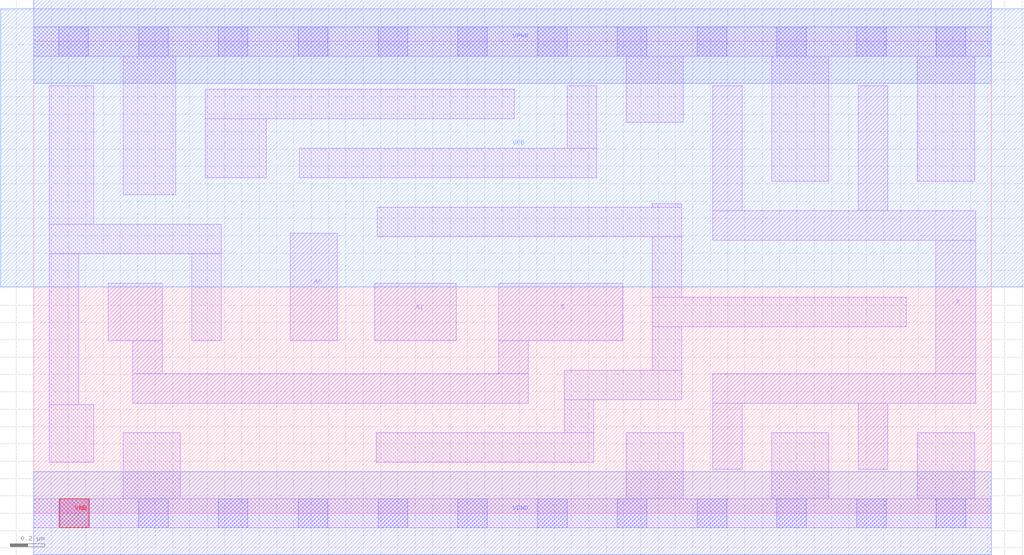
<source format=lef>
# Copyright 2020 The SkyWater PDK Authors
#
# Licensed under the Apache License, Version 2.0 (the "License");
# you may not use this file except in compliance with the License.
# You may obtain a copy of the License at
#
#     https://www.apache.org/licenses/LICENSE-2.0
#
# Unless required by applicable law or agreed to in writing, software
# distributed under the License is distributed on an "AS IS" BASIS,
# WITHOUT WARRANTIES OR CONDITIONS OF ANY KIND, either express or implied.
# See the License for the specific language governing permissions and
# limitations under the License.
#
# SPDX-License-Identifier: Apache-2.0

VERSION 5.7 ;
  NOWIREEXTENSIONATPIN ON ;
  DIVIDERCHAR "/" ;
  BUSBITCHARS "[]" ;
MACRO sky130_fd_sc_hd__mux2_4
  CLASS CORE ;
  FOREIGN sky130_fd_sc_hd__mux2_4 ;
  ORIGIN  0.000000  0.000000 ;
  SIZE  5.520000 BY  2.720000 ;
  SYMMETRY X Y R90 ;
  SITE unithd ;
  PIN A0
    ANTENNAGATEAREA  0.247500 ;
    DIRECTION INPUT ;
    USE SIGNAL ;
    PORT
      LAYER li1 ;
        RECT 1.480000 0.995000 1.750000 1.615000 ;
    END
  END A0
  PIN A1
    ANTENNAGATEAREA  0.247500 ;
    DIRECTION INPUT ;
    USE SIGNAL ;
    PORT
      LAYER li1 ;
        RECT 1.965000 0.995000 2.435000 1.325000 ;
    END
  END A1
  PIN S
    ANTENNAGATEAREA  0.495000 ;
    DIRECTION INPUT ;
    USE SIGNAL ;
    PORT
      LAYER li1 ;
        RECT 0.430000 0.995000 0.740000 1.325000 ;
        RECT 0.570000 0.635000 2.850000 0.805000 ;
        RECT 0.570000 0.805000 0.740000 0.995000 ;
        RECT 2.680000 0.805000 2.850000 0.995000 ;
        RECT 2.680000 0.995000 3.395000 1.325000 ;
    END
  END S
  PIN X
    ANTENNADIFFAREA  0.891000 ;
    DIRECTION OUTPUT ;
    USE SIGNAL ;
    PORT
      LAYER li1 ;
        RECT 3.915000 0.255000 4.085000 0.635000 ;
        RECT 3.915000 0.635000 5.430000 0.805000 ;
        RECT 3.915000 1.575000 5.430000 1.745000 ;
        RECT 3.915000 1.745000 4.085000 2.465000 ;
        RECT 4.755000 0.255000 4.925000 0.635000 ;
        RECT 4.755000 1.745000 4.925000 2.465000 ;
        RECT 5.200000 0.805000 5.430000 1.575000 ;
    END
  END X
  PIN VGND
    DIRECTION INOUT ;
    SHAPE ABUTMENT ;
    USE GROUND ;
    PORT
      LAYER met1 ;
        RECT 0.000000 -0.240000 5.520000 0.240000 ;
    END
  END VGND
  PIN VNB
    DIRECTION INOUT ;
    USE GROUND ;
    PORT
      LAYER pwell ;
        RECT 0.150000 -0.085000 0.320000 0.085000 ;
    END
  END VNB
  PIN VPB
    DIRECTION INOUT ;
    USE POWER ;
    PORT
      LAYER nwell ;
        RECT -0.190000 1.305000 5.710000 2.910000 ;
    END
  END VPB
  PIN VPWR
    DIRECTION INOUT ;
    SHAPE ABUTMENT ;
    USE POWER ;
    PORT
      LAYER met1 ;
        RECT 0.000000 2.480000 5.520000 2.960000 ;
    END
  END VPWR
  OBS
    LAYER li1 ;
      RECT 0.000000 -0.085000 5.520000 0.085000 ;
      RECT 0.000000  2.635000 5.520000 2.805000 ;
      RECT 0.090000  0.295000 0.345000 0.625000 ;
      RECT 0.090000  0.625000 0.260000 1.495000 ;
      RECT 0.090000  1.495000 1.080000 1.665000 ;
      RECT 0.090000  1.665000 0.345000 2.465000 ;
      RECT 0.515000  0.085000 0.845000 0.465000 ;
      RECT 0.515000  1.835000 0.820000 2.635000 ;
      RECT 0.910000  0.995000 1.080000 1.495000 ;
      RECT 0.990000  1.935000 1.340000 2.275000 ;
      RECT 0.990000  2.275000 2.770000 2.445000 ;
      RECT 1.530000  1.935000 3.245000 2.105000 ;
      RECT 1.975000  0.295000 3.230000 0.465000 ;
      RECT 1.980000  1.595000 3.735000 1.765000 ;
      RECT 3.060000  0.465000 3.230000 0.655000 ;
      RECT 3.060000  0.655000 3.735000 0.825000 ;
      RECT 3.075000  2.105000 3.245000 2.465000 ;
      RECT 3.415000  0.085000 3.745000 0.465000 ;
      RECT 3.415000  2.255000 3.745000 2.635000 ;
      RECT 3.565000  0.825000 3.735000 1.075000 ;
      RECT 3.565000  1.075000 5.030000 1.245000 ;
      RECT 3.565000  1.245000 3.735000 1.595000 ;
      RECT 3.565000  1.765000 3.735000 1.785000 ;
      RECT 4.255000  0.085000 4.585000 0.465000 ;
      RECT 4.255000  1.915000 4.585000 2.635000 ;
      RECT 5.095000  0.085000 5.425000 0.465000 ;
      RECT 5.095000  1.915000 5.425000 2.635000 ;
    LAYER mcon ;
      RECT 0.145000 -0.085000 0.315000 0.085000 ;
      RECT 0.145000  2.635000 0.315000 2.805000 ;
      RECT 0.605000 -0.085000 0.775000 0.085000 ;
      RECT 0.605000  2.635000 0.775000 2.805000 ;
      RECT 1.065000 -0.085000 1.235000 0.085000 ;
      RECT 1.065000  2.635000 1.235000 2.805000 ;
      RECT 1.525000 -0.085000 1.695000 0.085000 ;
      RECT 1.525000  2.635000 1.695000 2.805000 ;
      RECT 1.985000 -0.085000 2.155000 0.085000 ;
      RECT 1.985000  2.635000 2.155000 2.805000 ;
      RECT 2.445000 -0.085000 2.615000 0.085000 ;
      RECT 2.445000  2.635000 2.615000 2.805000 ;
      RECT 2.905000 -0.085000 3.075000 0.085000 ;
      RECT 2.905000  2.635000 3.075000 2.805000 ;
      RECT 3.365000 -0.085000 3.535000 0.085000 ;
      RECT 3.365000  2.635000 3.535000 2.805000 ;
      RECT 3.825000 -0.085000 3.995000 0.085000 ;
      RECT 3.825000  2.635000 3.995000 2.805000 ;
      RECT 4.285000 -0.085000 4.455000 0.085000 ;
      RECT 4.285000  2.635000 4.455000 2.805000 ;
      RECT 4.745000 -0.085000 4.915000 0.085000 ;
      RECT 4.745000  2.635000 4.915000 2.805000 ;
      RECT 5.205000 -0.085000 5.375000 0.085000 ;
      RECT 5.205000  2.635000 5.375000 2.805000 ;
  END
END sky130_fd_sc_hd__mux2_4
END LIBRARY

</source>
